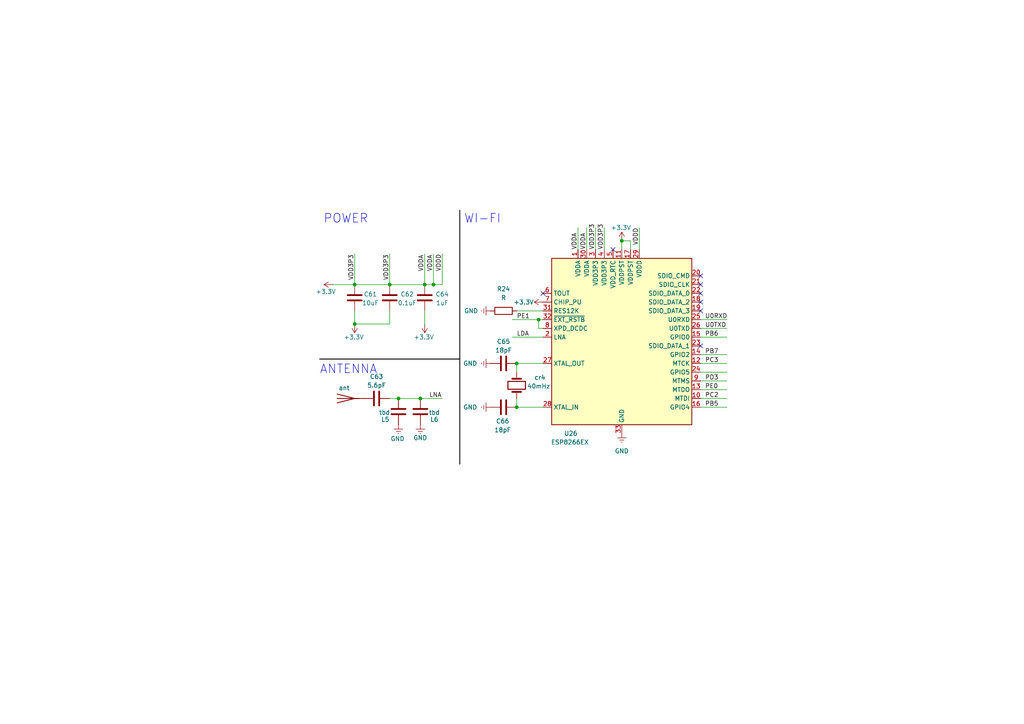
<source format=kicad_sch>
(kicad_sch (version 20250114) (generator "eeschema") (generator_version "9.0")
  (paper "A4")
  (lib_symbols
    (symbol "Device:Antenna" (pin_numbers (hide yes)) (pin_names (offset 1.016) (hide yes))
      (property "Reference" "AE" (at -1.905 1.905 0))
      (property "Value" "Antenna" (at -1.905 0 0))
      (symbol "Antenna_0_1"
        (polyline (pts (xy 0 2.54) (xy 0 -3.81)) (stroke (width 0.254)))
        (polyline (pts (xy 1.27 2.54) (xy 0 -2.54) (xy -1.27 2.54)) (stroke (width 0.254)))
      )
      (symbol "Antenna_1_1"
        (pin input line (at 0 -5.08 90) (length 2.54) (name "A") (number "1"))
      )
    )
    (symbol "Device:C" (pin_numbers (hide yes)) (pin_names (offset 0.254))
      (property "Reference" "C" (at 0.635 2.54 0))
      (property "Value" "C" (at 0.635 -2.54 0))
      (symbol "C_0_1"
        (polyline (pts (xy -2.032 0.762) (xy 2.032 0.762)) (stroke (width 0.508)))
        (polyline (pts (xy -2.032 -0.762) (xy 2.032 -0.762)) (stroke (width 0.508)))
      )
      (symbol "C_1_1"
        (pin passive line (at 0 3.81 270) (length 2.794) (name "~") (number "1"))
        (pin passive line (at 0 -3.81 90) (length 2.794) (name "~") (number "2"))
      )
    )
    (symbol "Device:Crystal" (pin_numbers (hide yes)) (pin_names (offset 1.016) (hide yes))
      (property "Reference" "Y" (at 0 3.81 0))
      (property "Value" "Crystal" (at 0 -3.81 0))
      (symbol "Crystal_0_1"
        (polyline (pts (xy -2.54 0) (xy -1.905 0)))
        (polyline (pts (xy -1.905 -1.27) (xy -1.905 1.27)) (stroke (width 0.508)))
        (rectangle (start -1.143 2.54) (end 1.143 -2.54) (stroke (width 0.3048)))
        (polyline (pts (xy 1.905 -1.27) (xy 1.905 1.27)) (stroke (width 0.508)))
        (polyline (pts (xy 2.54 0) (xy 1.905 0)))
      )
      (symbol "Crystal_1_1"
        (pin passive line (at -3.81 0 0) (length 1.27) (name "1") (number "1"))
        (pin passive line (at 3.81 0 180) (length 1.27) (name "2") (number "2"))
      )
    )
    (symbol "Device:R" (pin_numbers (hide yes)) (pin_names (offset 0))
      (property "Reference" "R" (at 2.032 0 90))
      (property "Value" "R" (at 0 0 90))
      (symbol "R_0_1"
        (rectangle (start -1.016 -2.54) (end 1.016 2.54) (stroke (width 0.254)))
      )
      (symbol "R_1_1"
        (pin passive line (at 0 3.81 270) (length 1.27) (name "~") (number "1"))
        (pin passive line (at 0 -3.81 90) (length 1.27) (name "~") (number "2"))
      )
    )
    (symbol "MCU_Espressif:ESP8266EX"
      (property "Reference" "U" (at 0 2.54 0))
      (property "Value" "ESP8266EX" (at 0 -2.54 0))
      (symbol "ESP8266EX_0_1"
        (rectangle (start -20.32 22.86) (end 20.32 -25.4) (stroke (width 0.254)) (fill (type background)))
      )
      (symbol "ESP8266EX_1_1"
        (pin input line (at -22.86 12.7 0) (length 2.54) (name "TOUT") (number "6"))
        (pin input line (at -22.86 10.16 0) (length 2.54) (name "CHIP_PU") (number "7"))
        (pin input line (at -22.86 7.62 0) (length 2.54) (name "RES12K") (number "31"))
        (pin input line (at -22.86 5.08 0) (length 2.54) (name "~{EXT_RSTB}") (number "32"))
        (pin bidirectional line (at -22.86 2.54 0) (length 2.54) (name "XPD_DCDC") (number "8"))
        (pin bidirectional line (at -22.86 0 0) (length 2.54) (name "LNA") (number "2"))
        (pin bidirectional line (at -22.86 -7.62 0) (length 2.54) (name "XTAL_OUT") (number "27"))
        (pin bidirectional line (at -22.86 -20.32 0) (length 2.54) (name "XTAL_IN") (number "28"))
        (pin power_in line (at -12.7 25.4 270) (length 2.54) (name "VDDA") (number "1"))
        (pin power_in line (at -10.16 25.4 270) (length 2.54) (name "VDDA") (number "30"))
        (pin power_in line (at -7.62 25.4 270) (length 2.54) (name "VDD3P3") (number "3"))
        (pin power_in line (at -5.08 25.4 270) (length 2.54) (name "VDD3P3") (number "4"))
        (pin power_in line (at -2.54 25.4 270) (length 2.54) (name "VDD_RTC") (number "5"))
        (pin power_in line (at 0 25.4 270) (length 2.54) (name "VDDPST") (number "11"))
        (pin power_in line (at 0 -27.94 90) (length 2.54) (name "GND") (number "33"))
        (pin power_in line (at 2.54 25.4 270) (length 2.54) (name "VDDPST") (number "17"))
        (pin power_in line (at 5.08 25.4 270) (length 2.54) (name "VDDD") (number "29"))
        (pin bidirectional line (at 22.86 17.78 180) (length 2.54) (name "SDIO_CMD") (number "20"))
        (pin bidirectional line (at 22.86 15.24 180) (length 2.54) (name "SDIO_CLK") (number "21"))
        (pin bidirectional line (at 22.86 12.7 180) (length 2.54) (name "SDIO_DATA_0") (number "22"))
        (pin bidirectional line (at 22.86 10.16 180) (length 2.54) (name "SDIO_DATA_2") (number "18"))
        (pin bidirectional line (at 22.86 7.62 180) (length 2.54) (name "SDIO_DATA_3") (number "19"))
        (pin bidirectional line (at 22.86 5.08 180) (length 2.54) (name "U0RXD") (number "25"))
        (pin bidirectional line (at 22.86 2.54 180) (length 2.54) (name "U0TXD") (number "26"))
        (pin bidirectional line (at 22.86 0 180) (length 2.54) (name "GPIO0") (number "15"))
        (pin bidirectional line (at 22.86 -2.54 180) (length 2.54) (name "SDIO_DATA_1") (number "23"))
        (pin bidirectional line (at 22.86 -5.08 180) (length 2.54) (name "GPIO2") (number "14"))
        (pin bidirectional line (at 22.86 -7.62 180) (length 2.54) (name "MTCK") (number "12"))
        (pin bidirectional line (at 22.86 -10.16 180) (length 2.54) (name "GPIO5") (number "24"))
        (pin bidirectional line (at 22.86 -12.7 180) (length 2.54) (name "MTMS") (number "9"))
        (pin bidirectional line (at 22.86 -15.24 180) (length 2.54) (name "MTDO") (number "13"))
        (pin bidirectional line (at 22.86 -17.78 180) (length 2.54) (name "MTDI") (number "10"))
        (pin bidirectional line (at 22.86 -20.32 180) (length 2.54) (name "GPIO4") (number "16"))
      )
    )
    (symbol "power:+3.3V" (power) (pin_numbers (hide yes)) (pin_names (offset 0) (hide yes))
      (property "Value" "+3.3V" (at 0 3.556 0))
      (symbol "+3.3V_0_1"
        (polyline (pts (xy -0.762 1.27) (xy 0 2.54)))
        (polyline (pts (xy 0 2.54) (xy 0.762 1.27)))
        (polyline (pts (xy 0 0) (xy 0 2.54)))
      )
      (symbol "+3.3V_1_1"
        (pin power_in line (at 0 0 90) (length 0) (name "~") (number "1"))
      )
    )
    (symbol "power:GNDREF" (power) (pin_numbers (hide yes)) (pin_names (offset 0) (hide yes))
      (property "Value" "GNDREF" (at 0 -3.81 0))
      (symbol "GNDREF_0_1"
        (polyline (pts (xy -0.635 -1.905) (xy 0.635 -1.905)))
        (polyline (pts (xy -0.127 -2.54) (xy 0.127 -2.54)))
        (polyline (pts (xy 0 -1.27) (xy 0 0)))
        (polyline (pts (xy 1.27 -1.27) (xy -1.27 -1.27)))
      )
      (symbol "GNDREF_1_1"
        (pin power_in line (at 0 0 270) (length 0) (name "~") (number "1"))
      )
    )
  )
  (text "POWER" (at 100.33 63.5 0) (effects (font (size 2.54 2.54))))
  (text "ANTENNA" (at 101.092 107.188 0) (effects (font (size 2.54 2.54))))
  (text "WI-FI" (at 139.954 63.5 0) (effects (font (size 2.54 2.54))))
  (junction (at 180.34 69.85))
  (junction (at 121.92 115.57))
  (junction (at 149.86 118.11))
  (junction (at 156.21 92.71))
  (junction (at 102.87 82.55))
  (junction (at 149.86 105.41))
  (junction (at 123.19 82.55))
  (junction (at 125.73 82.55))
  (junction (at 113.03 82.55))
  (junction (at 115.57 115.57))
  (junction (at 102.87 93.98))
  (no_connect (at 157.48 85.09))
  (no_connect (at 203.2 85.09))
  (no_connect (at 203.2 87.63))
  (no_connect (at 177.8 72.39))
  (no_connect (at 203.2 80.01))
  (no_connect (at 203.2 100.33))
  (no_connect (at 203.2 82.55))
  (no_connect (at 203.2 90.17))
  (wire (pts (xy 156.21 92.71) (xy 157.48 92.71)))
  (wire (pts (xy 102.87 73.66) (xy 102.87 82.55)))
  (wire (pts (xy 203.2 113.03) (xy 210.82 113.03)))
  (wire (pts (xy 123.19 90.17) (xy 123.19 93.98)))
  (wire (pts (xy 113.03 115.57) (xy 115.57 115.57)))
  (wire (pts (xy 115.57 115.57) (xy 121.92 115.57)))
  (wire (pts (xy 175.26 66.04) (xy 175.26 72.39)))
  (wire (pts (xy 125.73 82.55) (xy 128.27 82.55)))
  (wire (pts (xy 148.59 97.79) (xy 157.48 97.79)))
  (wire (pts (xy 148.59 92.71) (xy 156.21 92.71)))
  (wire (pts (xy 167.64 66.04) (xy 167.64 72.39)))
  (wire (pts (xy 185.42 66.04) (xy 185.42 72.39)))
  (wire (pts (xy 149.86 115.57) (xy 149.86 118.11)))
  (wire (pts (xy 125.73 82.55) (xy 123.19 82.55)))
  (wire (pts (xy 149.86 105.41) (xy 149.86 107.95)))
  (wire (pts (xy 156.21 95.25) (xy 156.21 92.71)))
  (wire (pts (xy 113.03 73.66) (xy 113.03 82.55)))
  (wire (pts (xy 182.88 72.39) (xy 182.88 69.85)))
  (wire (pts (xy 149.86 105.41) (xy 157.48 105.41)))
  (polyline (pts (xy 133.35 60.96) (xy 133.35 134.62)) (stroke (width 0.254) (color 0 0 0 1)))
  (wire (pts (xy 203.2 105.41) (xy 210.82 105.41)))
  (wire (pts (xy 203.2 115.57) (xy 210.82 115.57)))
  (wire (pts (xy 96.52 82.55) (xy 102.87 82.55)))
  (wire (pts (xy 157.48 95.25) (xy 156.21 95.25)))
  (wire (pts (xy 113.03 82.55) (xy 123.19 82.55)))
  (wire (pts (xy 121.92 115.57) (xy 128.27 115.57)))
  (wire (pts (xy 203.2 102.87) (xy 210.82 102.87)))
  (wire (pts (xy 203.2 110.49) (xy 210.82 110.49)))
  (wire (pts (xy 203.2 95.25) (xy 210.82 95.25)))
  (wire (pts (xy 203.2 97.79) (xy 210.82 97.79)))
  (wire (pts (xy 203.2 92.71) (xy 210.82 92.71)))
  (wire (pts (xy 149.86 90.17) (xy 157.48 90.17)))
  (wire (pts (xy 203.2 107.95) (xy 210.82 107.95)))
  (wire (pts (xy 128.27 73.66) (xy 128.27 82.55)))
  (wire (pts (xy 102.87 82.55) (xy 113.03 82.55)))
  (wire (pts (xy 203.2 118.11) (xy 210.82 118.11)))
  (wire (pts (xy 149.86 118.11) (xy 157.48 118.11)))
  (wire (pts (xy 180.34 69.85) (xy 180.34 72.39)))
  (wire (pts (xy 125.73 73.66) (xy 125.73 82.55)))
  (wire (pts (xy 102.87 93.98) (xy 113.03 93.98)))
  (wire (pts (xy 172.72 72.39) (xy 172.72 66.04)))
  (polyline (pts (xy 92.71 104.14) (xy 133.35 104.14)) (stroke (width 0.254) (color 0 0 0 1)))
  (wire (pts (xy 170.18 66.04) (xy 170.18 72.39)))
  (wire (pts (xy 102.87 90.17) (xy 102.87 93.98)))
  (wire (pts (xy 182.88 69.85) (xy 180.34 69.85)))
  (wire (pts (xy 123.19 73.66) (xy 123.19 82.55)))
  (wire (pts (xy 113.03 90.17) (xy 113.03 93.98)))
  (label "VDDA" (at 167.64 72.39 90))
  (label "PE0" (at 204.47 113.03 0))
  (label "PB6" (at 204.47 97.79 0))
  (label "VDDA" (at 123.19 78.74 90))
  (label "PB7" (at 204.47 102.87 0))
  (label "U0RXD" (at 204.47 92.71 0))
  (label "PC3" (at 204.47 105.41 0))
  (label "VDD3P3" (at 102.87 81.28 90))
  (label "PE1" (at 149.86 92.71 0))
  (label "VDDD" (at 128.27 78.74 90))
  (label "U0TXD" (at 204.47 95.25 0))
  (label "PD3" (at 204.47 110.49 0))
  (label "VDDA" (at 170.18 72.39 90))
  (label "LDA" (at 149.86 97.79 0))
  (label "PB5" (at 204.47 118.11 0))
  (label "VDD3P3" (at 175.26 72.39 90))
  (label "PC2" (at 204.47 115.57 0))
  (label "VDDA" (at 125.73 78.74 90))
  (label "LNA" (at 124.46 115.57 0))
  (label "VDD3P3" (at 113.03 81.28 90))
  (label "VDDD" (at 185.42 71.12 90))
  (label "VDD3P3" (at 172.72 72.39 90))
  (symbol (lib_id "power:GNDREF") (at 121.92 123.19 0) (unit 1)
    (property "Reference" "#PWR0114" (effects (hide yes)))
    (property "Value" "GND" (at 123.952 127 0) (effects (justify right)))
    (property "Description" "Power symbol creates a global label with name \"GNDREF\" , reference supply ground" (effects (hide yes)))
  )
  (symbol (lib_id "power:GNDREF") (at 142.24 118.11 270) (unit 1)
    (property "Reference" "#PWR0117" (effects (hide yes)))
    (property "Value" "GND" (at 138.43 118.1099 90) (effects (justify right)))
    (property "Description" "Power symbol creates a global label with name \"GNDREF\" , reference supply ground" (effects (hide yes)))
  )
  (symbol (lib_id "Device:C") (at 113.03 86.36 180) (unit 1)
    (property "Reference" "C62" (at 118.11 85.344 0))
    (property "Value" "0.1uF" (at 118.11 87.884 0))
    (property "Description" "Unpolarized capacitor" (effects (hide yes)))
  )
  (symbol (lib_id "power:GNDREF") (at 115.57 123.19 0) (unit 1)
    (property "Reference" "#PWR0112" (effects (hide yes)))
    (property "Value" "GND" (at 117.348 127.254 0) (effects (justify right)))
    (property "Description" "Power symbol creates a global label with name \"GNDREF\" , reference supply ground" (effects (hide yes)))
  )
  (symbol (lib_id "Device:R") (at 146.05 90.17 90) (unit 1)
    (property "Reference" "R24" (at 146.05 83.82 90))
    (property "Value" "R" (at 146.05 86.36 90))
    (property "Description" "Resistor" (effects (hide yes)))
  )
  (symbol (lib_id "MCU_Espressif:ESP8266EX") (at 180.34 97.79 0) (unit 1)
    (property "Reference" "U26" (at 163.576 125.73 0) (effects (justify left)))
    (property "Value" "ESP8266EX" (at 159.766 128.27 0) (effects (justify left)))
    (property "Footprint" "Package_DFN_QFN:QFN-32-1EP_5x5mm_P0.5mm_EP3.45x3.45mm" (effects (hide yes)))
    (property "Datasheet" "http://espressif.com/sites/default/files/documentation/0a-esp8266ex_datasheet_en.pdf" (effects (hide yes)))
    (property "Description" "Highly integrated Wi-Fi SoC, QFN-32" (effects (hide yes)))
  )
  (symbol (lib_id "power:GNDREF") (at 142.24 105.41 270) (unit 1)
    (property "Reference" "#PWR0116" (effects (hide yes)))
    (property "Value" "GND" (at 138.43 105.4099 90) (effects (justify right)))
    (property "Description" "Power symbol creates a global label with name \"GNDREF\" , reference supply ground" (effects (hide yes)))
  )
  (symbol (lib_id "Device:C") (at 115.57 119.38 180) (unit 1)
    (property "Reference" "L5" (at 111.76 121.666 0))
    (property "Value" "tbd" (at 111.506 119.634 0))
    (property "Description" "Unpolarized capacitor" (effects (hide yes)))
  )
  (symbol (lib_id "Device:C") (at 109.22 115.57 90) (unit 1)
    (property "Reference" "C63" (at 109.22 109.22 90))
    (property "Value" "5.6pF" (at 109.22 111.76 90))
    (property "Description" "Unpolarized capacitor" (effects (hide yes)))
  )
  (symbol (lib_id "Device:C") (at 123.19 86.36 180) (unit 1)
    (property "Reference" "C64" (at 128.27 85.344 0))
    (property "Value" "1uF" (at 128.27 87.884 0))
    (property "Description" "Unpolarized capacitor" (effects (hide yes)))
  )
  (symbol (lib_id "power:+3.3V") (at 157.48 87.63 90) (unit 1)
    (property "Reference" "#PWR0118" (effects (hide yes)))
    (property "Value" "+3.3V" (at 151.892 87.63 90))
    (property "Description" "Power symbol creates a global label with name \"+3.3V\"" (effects (hide yes)))
  )
  (symbol (lib_id "power:+3.3V") (at 180.34 69.85 0) (unit 1)
    (property "Reference" "#PWR0119" (effects (hide yes)))
    (property "Value" "+3.3V" (at 180.086 66.04 0))
    (property "Description" "Power symbol creates a global label with name \"+3.3V\"" (effects (hide yes)))
  )
  (symbol (lib_id "power:GNDREF") (at 142.24 90.17 270) (unit 1)
    (property "Reference" "#PWR0115" (effects (hide yes)))
    (property "Value" "GND" (at 138.684 90.17 90) (effects (justify right)))
    (property "Description" "Power symbol creates a global label with name \"GNDREF\" , reference supply ground" (effects (hide yes)))
  )
  (symbol (lib_id "Device:C") (at 121.92 119.38 180) (unit 1)
    (property "Reference" "L6" (at 125.984 121.666 0))
    (property "Value" "tbd" (at 125.984 119.634 0))
    (property "Description" "Unpolarized capacitor" (effects (hide yes)))
  )
  (symbol (lib_id "Device:C") (at 146.05 118.11 90) (unit 1)
    (property "Reference" "C66" (at 145.796 122.174 90))
    (property "Value" "18pF" (at 145.796 124.714 90))
    (property "Description" "Unpolarized capacitor" (effects (hide yes)))
  )
  (symbol (lib_id "power:+3.3V") (at 102.87 93.98 180) (unit 1)
    (property "Reference" "#PWR0111" (effects (hide yes)))
    (property "Value" "+3.3V" (at 102.616 97.79 0))
    (property "Description" "Power symbol creates a global label with name \"+3.3V\"" (effects (hide yes)))
  )
  (symbol (lib_id "power:+3.3V") (at 123.19 93.98 180) (unit 1)
    (property "Reference" "#PWR0113" (effects (hide yes)))
    (property "Value" "+3.3V" (at 122.936 97.79 0))
    (property "Description" "Power symbol creates a global label with name \"+3.3V\"" (effects (hide yes)))
  )
  (symbol (lib_id "Device:C") (at 146.05 105.41 90) (unit 1)
    (property "Reference" "C65" (at 146.05 99.06 90))
    (property "Value" "18pF" (at 146.05 101.6 90))
    (property "Description" "Unpolarized capacitor" (effects (hide yes)))
  )
  (symbol (lib_id "Device:Crystal") (at 149.86 111.76 270) (unit 1)
    (property "Reference" "cr4" (at 154.94 109.474 90) (effects (justify left)))
    (property "Value" "40mHz" (at 152.908 112.014 90) (effects (justify left)))
    (property "Description" "Two pin crystal" (effects (hide yes)))
  )
  (symbol (lib_id "Device:Antenna") (at 100.33 115.57 90) (unit 1)
    (property "Reference" "AE1" (effects (hide yes)))
    (property "Value" "ant" (at 99.822 112.522 90))
    (property "Description" "Antenna" (effects (hide yes)))
  )
  (symbol (lib_id "power:GNDREF") (at 180.34 125.73 0) (unit 1)
    (property "Reference" "#PWR0120" (effects (hide yes)))
    (property "Value" "GND" (at 180.34 130.81 0))
    (property "Description" "Power symbol creates a global label with name \"GNDREF\" , reference supply ground" (effects (hide yes)))
  )
  (symbol (lib_id "power:+3.3V") (at 96.52 82.55 90) (unit 1)
    (property "Reference" "#PWR03" (effects (hide yes)))
    (property "Value" "+3.3V" (at 94.488 84.582 90))
    (property "Description" "Power symbol creates a global label with name \"+3.3V\"" (effects (hide yes)))
  )
  (symbol (lib_id "Device:C") (at 102.87 86.36 0) (unit 1)
    (property "Reference" "C61" (at 107.442 85.344 0))
    (property "Value" "10uF" (at 107.442 87.884 0))
    (property "Description" "Unpolarized capacitor" (effects (hide yes)))
  )
)
</source>
